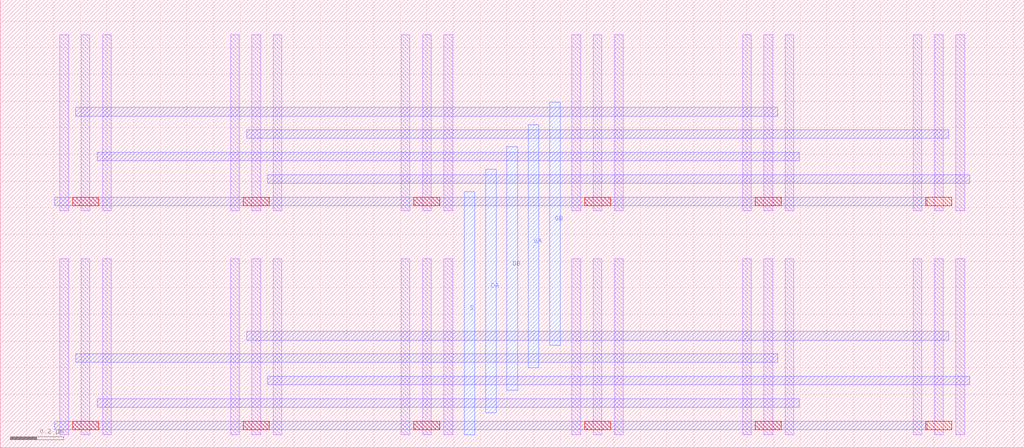
<source format=lef>
MACRO CMC_NMOS_n12_X3_Y1
  ORIGIN 0 0 ;
  FOREIGN CMC_NMOS_n12_X3_Y1 0 0 ;
  SIZE 3.8400 BY 0.8400 ;
  PIN SA
    DIRECTION INOUT ;
    USE SIGNAL ;
    PORT
      LAYER M2 ;
        RECT 0.2040 0.0680 2.8360 0.1000 ;
    END
  END SA
  PIN DA
    DIRECTION INOUT ;
    USE SIGNAL ;
    PORT
      LAYER M2 ;
        RECT 0.3640 0.1520 2.9960 0.1840 ;
    END
  END DA
  PIN SB
    DIRECTION INOUT ;
    USE SIGNAL ;
    PORT
      LAYER M2 ;
        RECT 0.8440 0.2360 3.4760 0.2680 ;
    END
  END SB
  PIN DB
    DIRECTION INOUT ;
    USE SIGNAL ;
    PORT
      LAYER M2 ;
        RECT 1.0040 0.3200 3.6360 0.3520 ;
    END
  END DB
  PIN G
    DIRECTION INOUT ;
    USE SIGNAL ;
    PORT
      LAYER M2 ;
        RECT 0.2840 0.4040 3.5560 0.4360 ;
    END
  END G
  OBS
    LAYER M1 ;
      RECT 0.3040 0.0480 0.3360 0.7080 ;
    LAYER M1 ;
      RECT 0.2240 0.0480 0.2560 0.7080 ;
    LAYER M1 ;
      RECT 0.3840 0.0480 0.4160 0.7080 ;
    LAYER M1 ;
      RECT 0.9440 0.0480 0.9760 0.7080 ;
    LAYER M1 ;
      RECT 0.8640 0.0480 0.8960 0.7080 ;
    LAYER M1 ;
      RECT 1.0240 0.0480 1.0560 0.7080 ;
    LAYER M1 ;
      RECT 1.5840 0.0480 1.6160 0.7080 ;
    LAYER M1 ;
      RECT 1.5040 0.0480 1.5360 0.7080 ;
    LAYER M1 ;
      RECT 1.6640 0.0480 1.6960 0.7080 ;
    LAYER M1 ;
      RECT 2.2240 0.0480 2.2560 0.7080 ;
    LAYER M1 ;
      RECT 2.1440 0.0480 2.1760 0.7080 ;
    LAYER M1 ;
      RECT 2.3040 0.0480 2.3360 0.7080 ;
    LAYER M1 ;
      RECT 2.8640 0.0480 2.8960 0.7080 ;
    LAYER M1 ;
      RECT 2.7840 0.0480 2.8160 0.7080 ;
    LAYER M1 ;
      RECT 2.9440 0.0480 2.9760 0.7080 ;
    LAYER M1 ;
      RECT 3.5040 0.0480 3.5360 0.7080 ;
    LAYER M1 ;
      RECT 3.4240 0.0480 3.4560 0.7080 ;
    LAYER M1 ;
      RECT 3.5840 0.0480 3.6160 0.7080 ;
    LAYER pc ;
      RECT 0.2710 0.0680 0.3690 0.1000 ;
    LAYER pc ;
      RECT 0.9110 0.0680 1.0090 0.1000 ;
    LAYER pc ;
      RECT 1.5510 0.0680 1.6490 0.1000 ;
    LAYER pc ;
      RECT 2.1910 0.0680 2.2890 0.1000 ;
    LAYER pc ;
      RECT 2.8310 0.0680 2.9290 0.1000 ;
    LAYER pc ;
      RECT 3.4710 0.0680 3.5690 0.1000 ;
  END
END CMC_NMOS_n12_X3_Y1
MACRO CMC_PMOS_S_n12_X1_Y1
  ORIGIN 0 0 ;
  FOREIGN CMC_PMOS_S_n12_X1_Y1 0 0 ;
  SIZE 1.2800 BY 0.8400 ;
  PIN S
    DIRECTION INOUT ;
    USE SIGNAL ;
    PORT
      LAYER M3 ;
        RECT 0.3800 0.0480 0.4200 0.4560 ;
      LAYER M3 ;
        RECT 0.7000 0.0480 0.7400 0.4560 ;
    END
  END S
  PIN DA
    DIRECTION INOUT ;
    USE SIGNAL ;
    PORT
      LAYER M3 ;
        RECT 0.4600 0.1320 0.5000 0.5400 ;
      LAYER M3 ;
        RECT 0.7800 0.1320 0.8200 0.5400 ;
    END
  END DA
  PIN DB
    DIRECTION INOUT ;
    USE SIGNAL ;
    PORT
      LAYER M3 ;
        RECT 0.5400 0.2160 0.5800 0.6240 ;
      LAYER M3 ;
        RECT 0.8600 0.2160 0.9000 0.6240 ;
    END
  END DB
  PIN G
    DIRECTION INOUT ;
    USE SIGNAL ;
    PORT
      LAYER M3 ;
        RECT 0.6200 0.3000 0.6600 0.7080 ;
      LAYER M3 ;
        RECT 0.9400 0.3000 0.9800 0.7080 ;
    END
  END G
  OBS
    LAYER M1 ;
      RECT 0.3040 0.0480 0.3360 0.7080 ;
    LAYER M1 ;
      RECT 0.2240 0.0480 0.2560 0.7080 ;
    LAYER M1 ;
      RECT 0.3840 0.0480 0.4160 0.7080 ;
    LAYER M1 ;
      RECT 0.9440 0.0480 0.9760 0.7080 ;
    LAYER M1 ;
      RECT 0.8640 0.0480 0.8960 0.7080 ;
    LAYER M1 ;
      RECT 1.0240 0.0480 1.0560 0.7080 ;
    LAYER M2 ;
      RECT 0.2040 0.0680 0.9160 0.1000 ;
    LAYER M2 ;
      RECT 0.2040 0.4040 0.9160 0.4360 ;
    LAYER M2 ;
      RECT 0.3640 0.1520 0.8360 0.1840 ;
    LAYER M2 ;
      RECT 0.3640 0.4880 0.8360 0.5200 ;
    LAYER M2 ;
      RECT 0.5240 0.2360 1.0760 0.2680 ;
    LAYER M2 ;
      RECT 0.5240 0.5720 1.0760 0.6040 ;
    LAYER M2 ;
      RECT 0.2840 0.3200 0.9960 0.3520 ;
    LAYER M2 ;
      RECT 0.2840 0.6560 0.9960 0.6880 ;
    LAYER pc ;
      RECT 0.2710 0.0680 0.3690 0.1000 ;
    LAYER pc ;
      RECT 0.9110 0.0680 1.0090 0.1000 ;
  END
END CMC_PMOS_S_n12_X1_Y1
MACRO CMC_PMOS_n12_X2_Y1
  ORIGIN 0 0 ;
  FOREIGN CMC_PMOS_n12_X2_Y1 0 0 ;
  SIZE 2.5600 BY 0.8400 ;
  PIN SA
    DIRECTION INOUT ;
    USE SIGNAL ;
    PORT
      LAYER M2 ;
        RECT 0.2040 0.0680 2.3560 0.1000 ;
    END
  END SA
  PIN DA
    DIRECTION INOUT ;
    USE SIGNAL ;
    PORT
      LAYER M2 ;
        RECT 0.3640 0.1520 2.1960 0.1840 ;
    END
  END DA
  PIN SB
    DIRECTION INOUT ;
    USE SIGNAL ;
    PORT
      LAYER M2 ;
        RECT 0.8440 0.2360 1.7160 0.2680 ;
    END
  END SB
  PIN DB
    DIRECTION INOUT ;
    USE SIGNAL ;
    PORT
      LAYER M2 ;
        RECT 1.0040 0.3200 1.5560 0.3520 ;
    END
  END DB
  PIN G
    DIRECTION INOUT ;
    USE SIGNAL ;
    PORT
      LAYER M2 ;
        RECT 0.2840 0.4040 2.2760 0.4360 ;
    END
  END G
  OBS
    LAYER M1 ;
      RECT 0.3040 0.0480 0.3360 0.7080 ;
    LAYER M1 ;
      RECT 0.2240 0.0480 0.2560 0.7080 ;
    LAYER M1 ;
      RECT 0.3840 0.0480 0.4160 0.7080 ;
    LAYER M1 ;
      RECT 0.9440 0.0480 0.9760 0.7080 ;
    LAYER M1 ;
      RECT 0.8640 0.0480 0.8960 0.7080 ;
    LAYER M1 ;
      RECT 1.0240 0.0480 1.0560 0.7080 ;
    LAYER M1 ;
      RECT 1.5840 0.0480 1.6160 0.7080 ;
    LAYER M1 ;
      RECT 1.6640 0.0480 1.6960 0.7080 ;
    LAYER M1 ;
      RECT 1.5040 0.0480 1.5360 0.7080 ;
    LAYER M1 ;
      RECT 2.2240 0.0480 2.2560 0.7080 ;
    LAYER M1 ;
      RECT 2.3040 0.0480 2.3360 0.7080 ;
    LAYER M1 ;
      RECT 2.1440 0.0480 2.1760 0.7080 ;
    LAYER pc ;
      RECT 0.2710 0.0680 0.3690 0.1000 ;
    LAYER pc ;
      RECT 0.9110 0.0680 1.0090 0.1000 ;
    LAYER pc ;
      RECT 1.5510 0.0680 1.6490 0.1000 ;
    LAYER pc ;
      RECT 2.1910 0.0680 2.2890 0.1000 ;
  END
END CMC_PMOS_n12_X2_Y1
MACRO CMFB_NMOS_n12_X3_Y1
  ORIGIN 0 0 ;
  FOREIGN CMFB_NMOS_n12_X3_Y1 0 0 ;
  SIZE 5.1200 BY 0.8400 ;
  PIN S
    DIRECTION INOUT ;
    USE SIGNAL ;
    PORT
      LAYER M3 ;
        RECT 2.3000 0.0480 2.3400 0.4560 ;
      LAYER M3 ;
        RECT 2.6200 0.0480 2.6600 0.4560 ;
    END
  END S
  PIN DA
    DIRECTION INOUT ;
    USE SIGNAL ;
    PORT
      LAYER M3 ;
        RECT 2.3800 0.1320 2.4200 0.5400 ;
      LAYER M3 ;
        RECT 2.7000 0.1320 2.7400 0.5400 ;
    END
  END DA
  PIN DB
    DIRECTION INOUT ;
    USE SIGNAL ;
    PORT
      LAYER M3 ;
        RECT 2.4600 0.2160 2.5000 0.6240 ;
      LAYER M3 ;
        RECT 2.7800 0.2160 2.8200 0.6240 ;
    END
  END DB
  PIN GB
    DIRECTION INOUT ;
    USE SIGNAL ;
    PORT
      LAYER M3 ;
        RECT 2.5400 0.3000 2.5800 0.7080 ;
      LAYER M3 ;
        RECT 2.8600 0.3000 2.9000 0.7080 ;
    END
  END GB
  OBS
    LAYER M1 ;
      RECT 0.3040 0.0480 0.3360 0.7080 ;
    LAYER M1 ;
      RECT 0.2240 0.0480 0.2560 0.7080 ;
    LAYER M1 ;
      RECT 0.3840 0.0480 0.4160 0.7080 ;
    LAYER M1 ;
      RECT 0.9440 0.0480 0.9760 0.7080 ;
    LAYER M1 ;
      RECT 0.8640 0.0480 0.8960 0.7080 ;
    LAYER M1 ;
      RECT 1.0240 0.0480 1.0560 0.7080 ;
    LAYER M1 ;
      RECT 1.5840 0.0480 1.6160 0.7080 ;
    LAYER M1 ;
      RECT 1.5040 0.0480 1.5360 0.7080 ;
    LAYER M1 ;
      RECT 1.6640 0.0480 1.6960 0.7080 ;
    LAYER M1 ;
      RECT 2.2240 0.0480 2.2560 0.7080 ;
    LAYER M1 ;
      RECT 2.1440 0.0480 2.1760 0.7080 ;
    LAYER M1 ;
      RECT 2.3040 0.0480 2.3360 0.7080 ;
    LAYER M1 ;
      RECT 2.8640 0.0480 2.8960 0.7080 ;
    LAYER M1 ;
      RECT 2.7840 0.0480 2.8160 0.7080 ;
    LAYER M1 ;
      RECT 2.9440 0.0480 2.9760 0.7080 ;
    LAYER M1 ;
      RECT 3.5040 0.0480 3.5360 0.7080 ;
    LAYER M1 ;
      RECT 3.4240 0.0480 3.4560 0.7080 ;
    LAYER M1 ;
      RECT 3.5840 0.0480 3.6160 0.7080 ;
    LAYER M1 ;
      RECT 4.1440 0.0480 4.1760 0.7080 ;
    LAYER M1 ;
      RECT 4.0640 0.0480 4.0960 0.7080 ;
    LAYER M1 ;
      RECT 4.2240 0.0480 4.2560 0.7080 ;
    LAYER M1 ;
      RECT 4.7840 0.0480 4.8160 0.7080 ;
    LAYER M1 ;
      RECT 4.7040 0.0480 4.7360 0.7080 ;
    LAYER M1 ;
      RECT 4.8640 0.0480 4.8960 0.7080 ;
    LAYER M2 ;
      RECT 0.2040 0.0680 4.7560 0.1000 ;
    LAYER M2 ;
      RECT 0.2040 0.4040 4.7560 0.4360 ;
    LAYER M2 ;
      RECT 2.2040 0.1520 2.9960 0.1840 ;
    LAYER M2 ;
      RECT 2.2040 0.4880 2.9960 0.5200 ;
    LAYER M2 ;
      RECT 0.3640 0.2360 4.9160 0.2680 ;
    LAYER M2 ;
      RECT 0.3640 0.5720 4.9160 0.6040 ;
    LAYER M2 ;
      RECT 0.2840 0.3200 4.8360 0.3520 ;
    LAYER M2 ;
      RECT 0.2840 0.6560 4.8360 0.6880 ;
    LAYER pc ;
      RECT 0.2710 0.0680 0.3690 0.1000 ;
    LAYER pc ;
      RECT 0.9110 0.0680 1.0090 0.1000 ;
    LAYER pc ;
      RECT 1.5510 0.0680 1.6490 0.1000 ;
    LAYER pc ;
      RECT 2.1910 0.0680 2.2890 0.1000 ;
    LAYER pc ;
      RECT 2.8310 0.0680 2.9290 0.1000 ;
    LAYER pc ;
      RECT 3.4710 0.0680 3.5690 0.1000 ;
    LAYER pc ;
      RECT 4.1110 0.0680 4.2090 0.1000 ;
    LAYER pc ;
      RECT 4.7510 0.0680 4.8490 0.1000 ;
  END
END CMFB_NMOS_n12_X3_Y1
MACRO DCL_NMOS_n12_X2_Y1
  ORIGIN 0 0 ;
  FOREIGN DCL_NMOS_n12_X2_Y1 0 0 ;
  SIZE 1.2800 BY 0.8400 ;
  PIN S
    DIRECTION INOUT ;
    USE SIGNAL ;
    PORT
      LAYER M3 ;
        RECT 0.5400 0.0480 0.5800 0.2880 ;
      LAYER M3 ;
        RECT 0.7000 0.0480 0.7400 0.2880 ;
    END
  END S
  PIN D
    DIRECTION INOUT ;
    USE SIGNAL ;
    PORT
      LAYER M3 ;
        RECT 0.6200 0.1320 0.6600 0.3720 ;
      LAYER M3 ;
        RECT 0.7800 0.1320 0.8200 0.3720 ;
    END
  END D
  OBS
    LAYER M1 ;
      RECT 0.3040 0.0480 0.3360 0.7080 ;
    LAYER M1 ;
      RECT 0.2240 0.0480 0.2560 0.7080 ;
    LAYER M1 ;
      RECT 0.3840 0.0480 0.4160 0.7080 ;
    LAYER M1 ;
      RECT 0.9440 0.0480 0.9760 0.7080 ;
    LAYER M1 ;
      RECT 0.8640 0.0480 0.8960 0.7080 ;
    LAYER M1 ;
      RECT 1.0240 0.0480 1.0560 0.7080 ;
    LAYER M2 ;
      RECT 0.2040 0.0680 0.9160 0.1000 ;
    LAYER M2 ;
      RECT 0.2040 0.2360 0.9160 0.2680 ;
    LAYER M2 ;
      RECT 0.2840 0.1520 1.0760 0.1840 ;
    LAYER M2 ;
      RECT 0.2840 0.3200 1.0760 0.3520 ;
    LAYER pc ;
      RECT 0.2710 0.0680 0.3690 0.1000 ;
    LAYER pc ;
      RECT 0.9110 0.0680 1.0090 0.1000 ;
  END
END DCL_NMOS_n12_X2_Y1
MACRO DP_NMOS_n12_X1_Y1
  ORIGIN 0 0 ;
  FOREIGN DP_NMOS_n12_X1_Y1 0 0 ;
  SIZE 1.2800 BY 0.8400 ;
  PIN S
    DIRECTION INOUT ;
    USE SIGNAL ;
    PORT
      LAYER M2 ;
        RECT 0.2040 0.0680 0.9160 0.1000 ;
    END
  END S
  PIN DA
    DIRECTION INOUT ;
    USE SIGNAL ;
    PORT
      LAYER M2 ;
        RECT 0.3640 0.1520 0.5960 0.1840 ;
    END
  END DA
  PIN DB
    DIRECTION INOUT ;
    USE SIGNAL ;
    PORT
      LAYER M2 ;
        RECT 0.8440 0.2360 1.0760 0.2680 ;
    END
  END DB
  PIN GA
    DIRECTION INOUT ;
    USE SIGNAL ;
    PORT
      LAYER M2 ;
        RECT 0.2840 0.3200 0.5160 0.3520 ;
    END
  END GA
  PIN GB
    DIRECTION INOUT ;
    USE SIGNAL ;
    PORT
      LAYER M2 ;
        RECT 0.7640 0.4040 0.9960 0.4360 ;
    END
  END GB
  OBS
    LAYER M1 ;
      RECT 0.3040 0.0480 0.3360 0.7080 ;
    LAYER M1 ;
      RECT 0.2240 0.0480 0.2560 0.7080 ;
    LAYER M1 ;
      RECT 0.3840 0.0480 0.4160 0.7080 ;
    LAYER M1 ;
      RECT 0.9440 0.0480 0.9760 0.7080 ;
    LAYER M1 ;
      RECT 0.8640 0.0480 0.8960 0.7080 ;
    LAYER M1 ;
      RECT 1.0240 0.0480 1.0560 0.7080 ;
    LAYER pc ;
      RECT 0.2710 0.0680 0.3690 0.1000 ;
    LAYER pc ;
      RECT 0.9110 0.0680 1.0090 0.1000 ;
  END
END DP_NMOS_n12_X1_Y1
MACRO DP_NMOS_n12_X3_Y2
  ORIGIN 0 0 ;
  FOREIGN DP_NMOS_n12_X3_Y2 0 0 ;
  SIZE 3.8400 BY 1.6800 ;
  PIN S
    DIRECTION INOUT ;
    USE SIGNAL ;
    PORT
      LAYER M3 ;
        RECT 1.7400 0.0480 1.7800 0.9600 ;
    END
  END S
  PIN DA
    DIRECTION INOUT ;
    USE SIGNAL ;
    PORT
      LAYER M3 ;
        RECT 1.8200 0.1320 1.8600 1.0440 ;
    END
  END DA
  PIN DB
    DIRECTION INOUT ;
    USE SIGNAL ;
    PORT
      LAYER M3 ;
        RECT 1.9000 0.2160 1.9400 1.1280 ;
    END
  END DB
  PIN GA
    DIRECTION INOUT ;
    USE SIGNAL ;
    PORT
      LAYER M3 ;
        RECT 1.9800 0.3000 2.0200 1.2120 ;
    END
  END GA
  PIN GB
    DIRECTION INOUT ;
    USE SIGNAL ;
    PORT
      LAYER M3 ;
        RECT 2.0600 0.3840 2.1000 1.2960 ;
    END
  END GB
  OBS
    LAYER M1 ;
      RECT 0.3040 0.0480 0.3360 0.7080 ;
    LAYER M1 ;
      RECT 0.3040 0.8880 0.3360 1.5480 ;
    LAYER M1 ;
      RECT 0.2240 0.0480 0.2560 0.7080 ;
    LAYER M1 ;
      RECT 0.2240 0.8880 0.2560 1.5480 ;
    LAYER M1 ;
      RECT 0.3840 0.0480 0.4160 0.7080 ;
    LAYER M1 ;
      RECT 0.3840 0.8880 0.4160 1.5480 ;
    LAYER M1 ;
      RECT 0.9440 0.0480 0.9760 0.7080 ;
    LAYER M1 ;
      RECT 0.9440 0.8880 0.9760 1.5480 ;
    LAYER M1 ;
      RECT 0.8640 0.0480 0.8960 0.7080 ;
    LAYER M1 ;
      RECT 0.8640 0.8880 0.8960 1.5480 ;
    LAYER M1 ;
      RECT 1.0240 0.0480 1.0560 0.7080 ;
    LAYER M1 ;
      RECT 1.0240 0.8880 1.0560 1.5480 ;
    LAYER M1 ;
      RECT 1.5840 0.0480 1.6160 0.7080 ;
    LAYER M1 ;
      RECT 1.5840 0.8880 1.6160 1.5480 ;
    LAYER M1 ;
      RECT 1.5040 0.0480 1.5360 0.7080 ;
    LAYER M1 ;
      RECT 1.5040 0.8880 1.5360 1.5480 ;
    LAYER M1 ;
      RECT 1.6640 0.0480 1.6960 0.7080 ;
    LAYER M1 ;
      RECT 1.6640 0.8880 1.6960 1.5480 ;
    LAYER M1 ;
      RECT 2.2240 0.0480 2.2560 0.7080 ;
    LAYER M1 ;
      RECT 2.2240 0.8880 2.2560 1.5480 ;
    LAYER M1 ;
      RECT 2.1440 0.0480 2.1760 0.7080 ;
    LAYER M1 ;
      RECT 2.1440 0.8880 2.1760 1.5480 ;
    LAYER M1 ;
      RECT 2.3040 0.0480 2.3360 0.7080 ;
    LAYER M1 ;
      RECT 2.3040 0.8880 2.3360 1.5480 ;
    LAYER M1 ;
      RECT 2.8640 0.0480 2.8960 0.7080 ;
    LAYER M1 ;
      RECT 2.8640 0.8880 2.8960 1.5480 ;
    LAYER M1 ;
      RECT 2.7840 0.0480 2.8160 0.7080 ;
    LAYER M1 ;
      RECT 2.7840 0.8880 2.8160 1.5480 ;
    LAYER M1 ;
      RECT 2.9440 0.0480 2.9760 0.7080 ;
    LAYER M1 ;
      RECT 2.9440 0.8880 2.9760 1.5480 ;
    LAYER M1 ;
      RECT 3.5040 0.0480 3.5360 0.7080 ;
    LAYER M1 ;
      RECT 3.5040 0.8880 3.5360 1.5480 ;
    LAYER M1 ;
      RECT 3.4240 0.0480 3.4560 0.7080 ;
    LAYER M1 ;
      RECT 3.4240 0.8880 3.4560 1.5480 ;
    LAYER M1 ;
      RECT 3.5840 0.0480 3.6160 0.7080 ;
    LAYER M1 ;
      RECT 3.5840 0.8880 3.6160 1.5480 ;
    LAYER M2 ;
      RECT 0.2040 0.0680 3.4760 0.1000 ;
    LAYER M2 ;
      RECT 0.3640 0.1520 2.9960 0.1840 ;
    LAYER M2 ;
      RECT 1.0040 0.2360 3.6360 0.2680 ;
    LAYER M2 ;
      RECT 0.2840 0.3200 2.9160 0.3520 ;
    LAYER M2 ;
      RECT 0.9240 0.4040 3.5560 0.4360 ;
    LAYER M2 ;
      RECT 0.2040 0.9080 3.4760 0.9400 ;
    LAYER M2 ;
      RECT 1.0040 0.9920 3.6360 1.0240 ;
    LAYER M2 ;
      RECT 0.3640 1.0760 2.9960 1.1080 ;
    LAYER M2 ;
      RECT 0.9240 1.1600 3.5560 1.1920 ;
    LAYER M2 ;
      RECT 0.2840 1.2440 2.9160 1.2760 ;
    LAYER pc ;
      RECT 0.2710 0.0680 0.3690 0.1000 ;
    LAYER pc ;
      RECT 0.9110 0.0680 1.0090 0.1000 ;
    LAYER pc ;
      RECT 1.5510 0.0680 1.6490 0.1000 ;
    LAYER pc ;
      RECT 2.1910 0.0680 2.2890 0.1000 ;
    LAYER pc ;
      RECT 2.8310 0.0680 2.9290 0.1000 ;
    LAYER pc ;
      RECT 3.4710 0.0680 3.5690 0.1000 ;
    LAYER pc ;
      RECT 0.2710 0.9080 0.3690 0.9400 ;
    LAYER pc ;
      RECT 0.9110 0.9080 1.0090 0.9400 ;
    LAYER pc ;
      RECT 1.5510 0.9080 1.6490 0.9400 ;
    LAYER pc ;
      RECT 2.1910 0.9080 2.2890 0.9400 ;
    LAYER pc ;
      RECT 2.8310 0.9080 2.9290 0.9400 ;
    LAYER pc ;
      RECT 3.4710 0.9080 3.5690 0.9400 ;
  END
END DP_NMOS_n12_X3_Y2
MACRO Switch_NMOS_n12_X1_Y1
  ORIGIN 0 0 ;
  FOREIGN Switch_NMOS_n12_X1_Y1 0 0 ;
  SIZE 0.6400 BY 0.8400 ;
  PIN S
    DIRECTION INOUT ;
    USE SIGNAL ;
    PORT
      LAYER M3 ;
        RECT 0.1400 0.0480 0.1800 0.3720 ;
      LAYER M3 ;
        RECT 0.3800 0.0480 0.4200 0.3720 ;
    END
  END S
  PIN D
    DIRECTION INOUT ;
    USE SIGNAL ;
    PORT
      LAYER M3 ;
        RECT 0.2200 0.1320 0.2600 0.4560 ;
      LAYER M3 ;
        RECT 0.4600 0.1320 0.5000 0.4560 ;
    END
  END D
  PIN G
    DIRECTION INOUT ;
    USE SIGNAL ;
    PORT
      LAYER M3 ;
        RECT 0.3000 0.2160 0.3400 0.5400 ;
      LAYER M3 ;
        RECT 0.5400 0.2160 0.5800 0.5400 ;
    END
  END G
  OBS
    LAYER M1 ;
      RECT 0.3040 0.0480 0.3360 0.7080 ;
    LAYER M1 ;
      RECT 0.2240 0.0480 0.2560 0.7080 ;
    LAYER M1 ;
      RECT 0.3840 0.0480 0.4160 0.7080 ;
    LAYER M2 ;
      RECT 0.1240 0.0680 0.4360 0.1000 ;
    LAYER M2 ;
      RECT 0.1240 0.3200 0.4360 0.3520 ;
    LAYER M2 ;
      RECT 0.2040 0.1520 0.5160 0.1840 ;
    LAYER M2 ;
      RECT 0.2040 0.4040 0.5160 0.4360 ;
    LAYER M2 ;
      RECT 0.2040 0.2360 0.5960 0.2680 ;
    LAYER M2 ;
      RECT 0.2040 0.4880 0.5960 0.5200 ;
    LAYER pc ;
      RECT 0.2710 0.0680 0.3690 0.1000 ;
  END
END Switch_NMOS_n12_X1_Y1
MACRO Switch_NMOS_n12_X3_Y1
  ORIGIN 0 0 ;
  FOREIGN Switch_NMOS_n12_X3_Y1 0 0 ;
  SIZE 1.9200 BY 0.8400 ;
  PIN S
    DIRECTION INOUT ;
    USE SIGNAL ;
    PORT
      LAYER M3 ;
        RECT 0.7800 0.0480 0.8200 0.3720 ;
      LAYER M3 ;
        RECT 1.0200 0.0480 1.0600 0.3720 ;
    END
  END S
  PIN D
    DIRECTION INOUT ;
    USE SIGNAL ;
    PORT
      LAYER M3 ;
        RECT 0.8600 0.1320 0.9000 0.4560 ;
      LAYER M3 ;
        RECT 1.1000 0.1320 1.1400 0.4560 ;
    END
  END D
  PIN G
    DIRECTION INOUT ;
    USE SIGNAL ;
    PORT
      LAYER M3 ;
        RECT 0.9400 0.2160 0.9800 0.5400 ;
      LAYER M3 ;
        RECT 1.1800 0.2160 1.2200 0.5400 ;
    END
  END G
  OBS
    LAYER M1 ;
      RECT 0.3040 0.0480 0.3360 0.7080 ;
    LAYER M1 ;
      RECT 0.2240 0.0480 0.2560 0.7080 ;
    LAYER M1 ;
      RECT 0.3840 0.0480 0.4160 0.7080 ;
    LAYER M1 ;
      RECT 0.9440 0.0480 0.9760 0.7080 ;
    LAYER M1 ;
      RECT 0.8640 0.0480 0.8960 0.7080 ;
    LAYER M1 ;
      RECT 1.0240 0.0480 1.0560 0.7080 ;
    LAYER M1 ;
      RECT 1.5840 0.0480 1.6160 0.7080 ;
    LAYER M1 ;
      RECT 1.5040 0.0480 1.5360 0.7080 ;
    LAYER M1 ;
      RECT 1.6640 0.0480 1.6960 0.7080 ;
    LAYER M2 ;
      RECT 0.2040 0.0680 1.5560 0.1000 ;
    LAYER M2 ;
      RECT 0.2040 0.3200 1.5560 0.3520 ;
    LAYER M2 ;
      RECT 0.3640 0.1520 1.7160 0.1840 ;
    LAYER M2 ;
      RECT 0.3640 0.4040 1.7160 0.4360 ;
    LAYER M2 ;
      RECT 0.2840 0.2360 1.6360 0.2680 ;
    LAYER M2 ;
      RECT 0.2840 0.4880 1.6360 0.5200 ;
    LAYER pc ;
      RECT 0.2710 0.0680 0.3690 0.1000 ;
    LAYER pc ;
      RECT 0.9110 0.0680 1.0090 0.1000 ;
    LAYER pc ;
      RECT 1.5510 0.0680 1.6490 0.1000 ;
  END
END Switch_NMOS_n12_X3_Y1
MACRO Switch_NMOS_n12_X3_Y2
  ORIGIN 0 0 ;
  FOREIGN Switch_NMOS_n12_X3_Y2 0 0 ;
  SIZE 1.9200 BY 1.6800 ;
  PIN S
    DIRECTION INOUT ;
    USE SIGNAL ;
    PORT
      LAYER M3 ;
        RECT 0.7800 0.0480 0.8200 1.2120 ;
      LAYER M3 ;
        RECT 1.0200 0.0480 1.0600 1.2120 ;
    END
  END S
  PIN D
    DIRECTION INOUT ;
    USE SIGNAL ;
    PORT
      LAYER M3 ;
        RECT 0.8600 0.1320 0.9000 1.2960 ;
      LAYER M3 ;
        RECT 1.1000 0.1320 1.1400 1.2960 ;
    END
  END D
  PIN G
    DIRECTION INOUT ;
    USE SIGNAL ;
    PORT
      LAYER M3 ;
        RECT 0.9400 0.2160 0.9800 1.3800 ;
      LAYER M3 ;
        RECT 1.1800 0.2160 1.2200 1.3800 ;
    END
  END G
  OBS
    LAYER M1 ;
      RECT 0.3040 0.0480 0.3360 0.7080 ;
    LAYER M1 ;
      RECT 0.3040 0.8880 0.3360 1.5480 ;
    LAYER M1 ;
      RECT 0.2240 0.0480 0.2560 0.7080 ;
    LAYER M1 ;
      RECT 0.2240 0.8880 0.2560 1.5480 ;
    LAYER M1 ;
      RECT 0.3840 0.0480 0.4160 0.7080 ;
    LAYER M1 ;
      RECT 0.3840 0.8880 0.4160 1.5480 ;
    LAYER M1 ;
      RECT 0.9440 0.0480 0.9760 0.7080 ;
    LAYER M1 ;
      RECT 0.9440 0.8880 0.9760 1.5480 ;
    LAYER M1 ;
      RECT 0.8640 0.0480 0.8960 0.7080 ;
    LAYER M1 ;
      RECT 0.8640 0.8880 0.8960 1.5480 ;
    LAYER M1 ;
      RECT 1.0240 0.0480 1.0560 0.7080 ;
    LAYER M1 ;
      RECT 1.0240 0.8880 1.0560 1.5480 ;
    LAYER M1 ;
      RECT 1.5840 0.0480 1.6160 0.7080 ;
    LAYER M1 ;
      RECT 1.5840 0.8880 1.6160 1.5480 ;
    LAYER M1 ;
      RECT 1.5040 0.0480 1.5360 0.7080 ;
    LAYER M1 ;
      RECT 1.5040 0.8880 1.5360 1.5480 ;
    LAYER M1 ;
      RECT 1.6640 0.0480 1.6960 0.7080 ;
    LAYER M1 ;
      RECT 1.6640 0.8880 1.6960 1.5480 ;
    LAYER M2 ;
      RECT 0.2040 0.0680 1.5560 0.1000 ;
    LAYER M2 ;
      RECT 0.2040 0.3200 1.5560 0.3520 ;
    LAYER M2 ;
      RECT 0.3640 0.1520 1.7160 0.1840 ;
    LAYER M2 ;
      RECT 0.3640 0.4040 1.7160 0.4360 ;
    LAYER M2 ;
      RECT 0.2840 0.2360 1.6360 0.2680 ;
    LAYER M2 ;
      RECT 0.2840 0.4880 1.6360 0.5200 ;
    LAYER M2 ;
      RECT 0.2040 0.9080 1.5560 0.9400 ;
    LAYER M2 ;
      RECT 0.2040 1.1600 1.5560 1.1920 ;
    LAYER M2 ;
      RECT 0.3640 0.9920 1.7160 1.0240 ;
    LAYER M2 ;
      RECT 0.3640 1.2440 1.7160 1.2760 ;
    LAYER M2 ;
      RECT 0.2840 1.0760 1.6360 1.1080 ;
    LAYER M2 ;
      RECT 0.2840 1.3280 1.6360 1.3600 ;
    LAYER pc ;
      RECT 0.2710 0.0680 0.3690 0.1000 ;
    LAYER pc ;
      RECT 0.9110 0.0680 1.0090 0.1000 ;
    LAYER pc ;
      RECT 1.5510 0.0680 1.6490 0.1000 ;
    LAYER pc ;
      RECT 0.2710 0.9080 0.3690 0.9400 ;
    LAYER pc ;
      RECT 0.9110 0.9080 1.0090 0.9400 ;
    LAYER pc ;
      RECT 1.5510 0.9080 1.6490 0.9400 ;
  END
END Switch_NMOS_n12_X3_Y2
MACRO Switch_PMOS_n12_X1_Y1
  ORIGIN 0 0 ;
  FOREIGN Switch_PMOS_n12_X1_Y1 0 0 ;
  SIZE 0.6400 BY 0.8400 ;
  PIN S
    DIRECTION INOUT ;
    USE SIGNAL ;
    PORT
      LAYER M3 ;
        RECT 0.1400 0.0480 0.1800 0.3720 ;
      LAYER M3 ;
        RECT 0.3800 0.0480 0.4200 0.3720 ;
    END
  END S
  PIN D
    DIRECTION INOUT ;
    USE SIGNAL ;
    PORT
      LAYER M3 ;
        RECT 0.2200 0.1320 0.2600 0.4560 ;
      LAYER M3 ;
        RECT 0.4600 0.1320 0.5000 0.4560 ;
    END
  END D
  PIN G
    DIRECTION INOUT ;
    USE SIGNAL ;
    PORT
      LAYER M3 ;
        RECT 0.3000 0.2160 0.3400 0.5400 ;
      LAYER M3 ;
        RECT 0.5400 0.2160 0.5800 0.5400 ;
    END
  END G
  OBS
    LAYER M1 ;
      RECT 0.3040 0.0480 0.3360 0.7080 ;
    LAYER M1 ;
      RECT 0.2240 0.0480 0.2560 0.7080 ;
    LAYER M1 ;
      RECT 0.3840 0.0480 0.4160 0.7080 ;
    LAYER M2 ;
      RECT 0.1240 0.0680 0.4360 0.1000 ;
    LAYER M2 ;
      RECT 0.1240 0.3200 0.4360 0.3520 ;
    LAYER M2 ;
      RECT 0.2040 0.1520 0.5160 0.1840 ;
    LAYER M2 ;
      RECT 0.2040 0.4040 0.5160 0.4360 ;
    LAYER M2 ;
      RECT 0.2040 0.2360 0.5960 0.2680 ;
    LAYER M2 ;
      RECT 0.2040 0.4880 0.5960 0.5200 ;
    LAYER pc ;
      RECT 0.2710 0.0680 0.3690 0.1000 ;
  END
END Switch_PMOS_n12_X1_Y1
MACRO Switch_PMOS_n12_X2_Y1
  ORIGIN 0 0 ;
  FOREIGN Switch_PMOS_n12_X2_Y1 0 0 ;
  SIZE 1.2800 BY 0.8400 ;
  PIN S
    DIRECTION INOUT ;
    USE SIGNAL ;
    PORT
      LAYER M3 ;
        RECT 0.4600 0.0480 0.5000 0.3720 ;
      LAYER M3 ;
        RECT 0.7000 0.0480 0.7400 0.3720 ;
    END
  END S
  PIN D
    DIRECTION INOUT ;
    USE SIGNAL ;
    PORT
      LAYER M3 ;
        RECT 0.5400 0.1320 0.5800 0.4560 ;
      LAYER M3 ;
        RECT 0.7800 0.1320 0.8200 0.4560 ;
    END
  END D
  PIN G
    DIRECTION INOUT ;
    USE SIGNAL ;
    PORT
      LAYER M3 ;
        RECT 0.6200 0.2160 0.6600 0.5400 ;
      LAYER M3 ;
        RECT 0.8600 0.2160 0.9000 0.5400 ;
    END
  END G
  OBS
    LAYER M1 ;
      RECT 0.3040 0.0480 0.3360 0.7080 ;
    LAYER M1 ;
      RECT 0.2240 0.0480 0.2560 0.7080 ;
    LAYER M1 ;
      RECT 0.3840 0.0480 0.4160 0.7080 ;
    LAYER M1 ;
      RECT 0.9440 0.0480 0.9760 0.7080 ;
    LAYER M1 ;
      RECT 0.8640 0.0480 0.8960 0.7080 ;
    LAYER M1 ;
      RECT 1.0240 0.0480 1.0560 0.7080 ;
    LAYER M2 ;
      RECT 0.2040 0.0680 0.9160 0.1000 ;
    LAYER M2 ;
      RECT 0.2040 0.3200 0.9160 0.3520 ;
    LAYER M2 ;
      RECT 0.3640 0.1520 1.0760 0.1840 ;
    LAYER M2 ;
      RECT 0.3640 0.4040 1.0760 0.4360 ;
    LAYER M2 ;
      RECT 0.2840 0.2360 0.9960 0.2680 ;
    LAYER M2 ;
      RECT 0.2840 0.4880 0.9960 0.5200 ;
    LAYER pc ;
      RECT 0.2710 0.0680 0.3690 0.1000 ;
    LAYER pc ;
      RECT 0.9110 0.0680 1.0090 0.1000 ;
  END
END Switch_PMOS_n12_X2_Y1
MACRO cap_12f
  ORIGIN 0 0 ;
  FOREIGN cap_12f 0 0 ;
  SIZE 2.4000 BY 2.4360 ;
  PIN PLUS
    DIRECTION INOUT ;
    USE SIGNAL ;
    PORT
      LAYER M1 ;
        RECT 2.3840 -0.0360 2.4160 2.4720 ;
      LAYER M2 ;
        RECT -0.0360 -0.0160 2.4360 0.0160 ;
    END
  END PLUS
  PIN MINUS
    DIRECTION INOUT ;
    USE SIGNAL ;
    PORT
      LAYER M2 ;
        RECT -0.0360 2.4200 2.4360 2.4520 ;
    END
  END MINUS
  OBS
    LAYER boundary ;
      RECT 0.0000 0.0000 2.4000 2.4360 ;
    LAYER M1 ;
      RECT -0.0160 -0.0360 0.0160 2.4720 ;
    LAYER M1 ;
      RECT 0.0480 -0.0360 0.0800 2.4720 ;
    LAYER M1 ;
      RECT 0.1120 -0.0360 0.1440 2.4720 ;
    LAYER M1 ;
      RECT 0.1760 -0.0360 0.2080 2.4720 ;
    LAYER M1 ;
      RECT 0.2400 -0.0360 0.2720 2.4720 ;
    LAYER M1 ;
      RECT 0.3040 -0.0360 0.3360 2.4720 ;
    LAYER M1 ;
      RECT 0.3680 -0.0360 0.4000 2.4720 ;
    LAYER M1 ;
      RECT 0.4320 -0.0360 0.4640 2.4720 ;
    LAYER M1 ;
      RECT 0.4960 -0.0360 0.5280 2.4720 ;
    LAYER M1 ;
      RECT 0.5600 -0.0360 0.5920 2.4720 ;
    LAYER M1 ;
      RECT 0.6240 -0.0360 0.6560 2.4720 ;
    LAYER M1 ;
      RECT 0.6880 -0.0360 0.7200 2.4720 ;
    LAYER M1 ;
      RECT 0.7520 -0.0360 0.7840 2.4720 ;
    LAYER M1 ;
      RECT 0.8160 -0.0360 0.8480 2.4720 ;
    LAYER M1 ;
      RECT 0.8800 -0.0360 0.9120 2.4720 ;
    LAYER M1 ;
      RECT 0.9440 -0.0360 0.9760 2.4720 ;
    LAYER M1 ;
      RECT 1.0080 -0.0360 1.0400 2.4720 ;
    LAYER M1 ;
      RECT 1.0720 -0.0360 1.1040 2.4720 ;
    LAYER M1 ;
      RECT 1.1360 -0.0360 1.1680 2.4720 ;
    LAYER M1 ;
      RECT 1.2000 -0.0360 1.2320 2.4720 ;
    LAYER M1 ;
      RECT 1.2640 -0.0360 1.2960 2.4720 ;
    LAYER M1 ;
      RECT 1.3280 -0.0360 1.3600 2.4720 ;
    LAYER M1 ;
      RECT 1.3920 -0.0360 1.4240 2.4720 ;
    LAYER M1 ;
      RECT 1.4560 -0.0360 1.4880 2.4720 ;
    LAYER M1 ;
      RECT 1.5200 -0.0360 1.5520 2.4720 ;
    LAYER M1 ;
      RECT 1.5840 -0.0360 1.6160 2.4720 ;
    LAYER M1 ;
      RECT 1.6480 -0.0360 1.6800 2.4720 ;
    LAYER M1 ;
      RECT 1.7120 -0.0360 1.7440 2.4720 ;
    LAYER M1 ;
      RECT 1.7760 -0.0360 1.8080 2.4720 ;
    LAYER M1 ;
      RECT 1.8400 -0.0360 1.8720 2.4720 ;
    LAYER M1 ;
      RECT 1.9040 -0.0360 1.9360 2.4720 ;
    LAYER M1 ;
      RECT 1.9680 -0.0360 2.0000 2.4720 ;
    LAYER M1 ;
      RECT 2.0320 -0.0360 2.0640 2.4720 ;
    LAYER M1 ;
      RECT 2.0960 -0.0360 2.1280 2.4720 ;
    LAYER M1 ;
      RECT 2.1600 -0.0360 2.1920 2.4720 ;
    LAYER M1 ;
      RECT 2.2240 -0.0360 2.2560 2.4720 ;
    LAYER M1 ;
      RECT 2.2880 -0.0360 2.3200 2.4720 ;
    LAYER M2 ;
      RECT -0.0360 0.0480 2.4360 0.0800 ;
    LAYER M2 ;
      RECT -0.0360 0.1120 2.4360 0.1440 ;
    LAYER M2 ;
      RECT -0.0360 0.1760 2.4360 0.2080 ;
    LAYER M2 ;
      RECT -0.0360 0.2400 2.4360 0.2720 ;
    LAYER M2 ;
      RECT -0.0360 0.3040 2.4360 0.3360 ;
    LAYER M2 ;
      RECT -0.0360 0.3680 2.4360 0.4000 ;
    LAYER M2 ;
      RECT -0.0360 0.4320 2.4360 0.4640 ;
    LAYER M2 ;
      RECT -0.0360 0.4960 2.4360 0.5280 ;
    LAYER M2 ;
      RECT -0.0360 0.5600 2.4360 0.5920 ;
    LAYER M2 ;
      RECT -0.0360 0.6240 2.4360 0.6560 ;
    LAYER M2 ;
      RECT -0.0360 0.6880 2.4360 0.7200 ;
    LAYER M2 ;
      RECT -0.0360 0.7520 2.4360 0.7840 ;
    LAYER M2 ;
      RECT -0.0360 0.8160 2.4360 0.8480 ;
    LAYER M2 ;
      RECT -0.0360 0.8800 2.4360 0.9120 ;
    LAYER M2 ;
      RECT -0.0360 0.9440 2.4360 0.9760 ;
    LAYER M2 ;
      RECT -0.0360 1.0080 2.4360 1.0400 ;
    LAYER M2 ;
      RECT -0.0360 1.0720 2.4360 1.1040 ;
    LAYER M2 ;
      RECT -0.0360 1.1360 2.4360 1.1680 ;
    LAYER M2 ;
      RECT -0.0360 1.2000 2.4360 1.2320 ;
    LAYER M2 ;
      RECT -0.0360 1.2640 2.4360 1.2960 ;
    LAYER M2 ;
      RECT -0.0360 1.3280 2.4360 1.3600 ;
    LAYER M2 ;
      RECT -0.0360 1.3920 2.4360 1.4240 ;
    LAYER M2 ;
      RECT -0.0360 1.4560 2.4360 1.4880 ;
    LAYER M2 ;
      RECT -0.0360 1.5200 2.4360 1.5520 ;
    LAYER M2 ;
      RECT -0.0360 1.5840 2.4360 1.6160 ;
    LAYER M2 ;
      RECT -0.0360 1.6480 2.4360 1.6800 ;
    LAYER M2 ;
      RECT -0.0360 1.7120 2.4360 1.7440 ;
    LAYER M2 ;
      RECT -0.0360 1.7760 2.4360 1.8080 ;
    LAYER M2 ;
      RECT -0.0360 1.8400 2.4360 1.8720 ;
    LAYER M2 ;
      RECT -0.0360 1.9040 2.4360 1.9360 ;
    LAYER M2 ;
      RECT -0.0360 1.9680 2.4360 2.0000 ;
    LAYER M2 ;
      RECT -0.0360 2.0320 2.4360 2.0640 ;
    LAYER M2 ;
      RECT -0.0360 2.0960 2.4360 2.1280 ;
    LAYER M2 ;
      RECT -0.0360 2.1600 2.4360 2.1920 ;
    LAYER M2 ;
      RECT -0.0360 2.2240 2.4360 2.2560 ;
    LAYER M2 ;
      RECT -0.0360 2.2880 2.4360 2.3200 ;
    LAYER M3 ;
      RECT -0.0160 -0.0360 0.0160 2.4720 ;
    LAYER M3 ;
      RECT 0.0480 -0.0360 0.0800 2.4720 ;
    LAYER M3 ;
      RECT 0.1120 -0.0360 0.1440 2.4720 ;
    LAYER M3 ;
      RECT 0.1760 -0.0360 0.2080 2.4720 ;
    LAYER M3 ;
      RECT 0.2400 -0.0360 0.2720 2.4720 ;
    LAYER M3 ;
      RECT 0.3040 -0.0360 0.3360 2.4720 ;
    LAYER M3 ;
      RECT 0.3680 -0.0360 0.4000 2.4720 ;
    LAYER M3 ;
      RECT 0.4320 -0.0360 0.4640 2.4720 ;
    LAYER M3 ;
      RECT 0.4960 -0.0360 0.5280 2.4720 ;
    LAYER M3 ;
      RECT 0.5600 -0.0360 0.5920 2.4720 ;
    LAYER M3 ;
      RECT 0.6240 -0.0360 0.6560 2.4720 ;
    LAYER M3 ;
      RECT 0.6880 -0.0360 0.7200 2.4720 ;
    LAYER M3 ;
      RECT 0.7520 -0.0360 0.7840 2.4720 ;
    LAYER M3 ;
      RECT 0.8160 -0.0360 0.8480 2.4720 ;
    LAYER M3 ;
      RECT 0.8800 -0.0360 0.9120 2.4720 ;
    LAYER M3 ;
      RECT 0.9440 -0.0360 0.9760 2.4720 ;
    LAYER M3 ;
      RECT 1.0080 -0.0360 1.0400 2.4720 ;
    LAYER M3 ;
      RECT 1.0720 -0.0360 1.1040 2.4720 ;
    LAYER M3 ;
      RECT 1.1360 -0.0360 1.1680 2.4720 ;
    LAYER M3 ;
      RECT 1.2000 -0.0360 1.2320 2.4720 ;
    LAYER M3 ;
      RECT 1.2640 -0.0360 1.2960 2.4720 ;
    LAYER M3 ;
      RECT 1.3280 -0.0360 1.3600 2.4720 ;
    LAYER M3 ;
      RECT 1.3920 -0.0360 1.4240 2.4720 ;
    LAYER M3 ;
      RECT 1.4560 -0.0360 1.4880 2.4720 ;
    LAYER M3 ;
      RECT 1.5200 -0.0360 1.5520 2.4720 ;
    LAYER M3 ;
      RECT 1.5840 -0.0360 1.6160 2.4720 ;
    LAYER M3 ;
      RECT 1.6480 -0.0360 1.6800 2.4720 ;
    LAYER M3 ;
      RECT 1.7120 -0.0360 1.7440 2.4720 ;
    LAYER M3 ;
      RECT 1.7760 -0.0360 1.8080 2.4720 ;
    LAYER M3 ;
      RECT 1.8400 -0.0360 1.8720 2.4720 ;
    LAYER M3 ;
      RECT 1.9040 -0.0360 1.9360 2.4720 ;
    LAYER M3 ;
      RECT 1.9680 -0.0360 2.0000 2.4720 ;
    LAYER M3 ;
      RECT 2.0320 -0.0360 2.0640 2.4720 ;
    LAYER M3 ;
      RECT 2.0960 -0.0360 2.1280 2.4720 ;
    LAYER M3 ;
      RECT 2.1600 -0.0360 2.1920 2.4720 ;
    LAYER M3 ;
      RECT 2.2240 -0.0360 2.2560 2.4720 ;
    LAYER M3 ;
      RECT 2.2880 -0.0360 2.3200 2.4720 ;
    LAYER M3 ;
      RECT 2.3840 -0.0360 2.4160 2.4720 ;
    LAYER M1 ;
      RECT -0.0010 0.0000 0.0010 2.4360 ;
    LAYER M1 ;
      RECT 0.0790 0.0000 0.0810 2.4360 ;
    LAYER M1 ;
      RECT 0.1590 0.0000 0.1610 2.4360 ;
    LAYER M1 ;
      RECT 0.2390 0.0000 0.2410 2.4360 ;
    LAYER M1 ;
      RECT 0.3190 0.0000 0.3210 2.4360 ;
    LAYER M1 ;
      RECT 0.3990 0.0000 0.4010 2.4360 ;
    LAYER M1 ;
      RECT 0.4790 0.0000 0.4810 2.4360 ;
    LAYER M1 ;
      RECT 0.5590 0.0000 0.5610 2.4360 ;
    LAYER M1 ;
      RECT 0.6390 0.0000 0.6410 2.4360 ;
    LAYER M1 ;
      RECT 0.7190 0.0000 0.7210 2.4360 ;
    LAYER M1 ;
      RECT 0.7990 0.0000 0.8010 2.4360 ;
    LAYER M1 ;
      RECT 0.8790 0.0000 0.8810 2.4360 ;
    LAYER M1 ;
      RECT 0.9590 0.0000 0.9610 2.4360 ;
    LAYER M1 ;
      RECT 1.0390 0.0000 1.0410 2.4360 ;
    LAYER M1 ;
      RECT 1.1190 0.0000 1.1210 2.4360 ;
    LAYER M1 ;
      RECT 1.1990 0.0000 1.2010 2.4360 ;
    LAYER M1 ;
      RECT 1.2790 0.0000 1.2810 2.4360 ;
    LAYER M1 ;
      RECT 1.3590 0.0000 1.3610 2.4360 ;
    LAYER M1 ;
      RECT 1.4390 0.0000 1.4410 2.4360 ;
    LAYER M1 ;
      RECT 1.5190 0.0000 1.5210 2.4360 ;
    LAYER M1 ;
      RECT 1.5990 0.0000 1.6010 2.4360 ;
    LAYER M1 ;
      RECT 1.6790 0.0000 1.6810 2.4360 ;
    LAYER M1 ;
      RECT 1.7590 0.0000 1.7610 2.4360 ;
    LAYER M1 ;
      RECT 1.8390 0.0000 1.8410 2.4360 ;
    LAYER M1 ;
      RECT 1.9190 0.0000 1.9210 2.4360 ;
    LAYER M1 ;
      RECT 1.9990 0.0000 2.0010 2.4360 ;
    LAYER M1 ;
      RECT 2.0790 0.0000 2.0810 2.4360 ;
    LAYER M1 ;
      RECT 2.1590 0.0000 2.1610 2.4360 ;
    LAYER M1 ;
      RECT 2.2390 0.0000 2.2410 2.4360 ;
    LAYER M1 ;
      RECT 2.3190 0.0000 2.3210 2.4360 ;
    LAYER M2 ;
      RECT 0.0000 -0.0010 2.4000 0.0010 ;
    LAYER M2 ;
      RECT 0.0000 0.0830 2.4000 0.0850 ;
    LAYER M2 ;
      RECT 0.0000 0.1670 2.4000 0.1690 ;
    LAYER M2 ;
      RECT 0.0000 0.2510 2.4000 0.2530 ;
    LAYER M2 ;
      RECT 0.0000 0.3350 2.4000 0.3370 ;
    LAYER M2 ;
      RECT 0.0000 0.4190 2.4000 0.4210 ;
    LAYER M2 ;
      RECT 0.0000 0.5030 2.4000 0.5050 ;
    LAYER M2 ;
      RECT 0.0000 0.5870 2.4000 0.5890 ;
    LAYER M2 ;
      RECT 0.0000 0.6710 2.4000 0.6730 ;
    LAYER M2 ;
      RECT 0.0000 0.7550 2.4000 0.7570 ;
    LAYER M2 ;
      RECT 0.0000 0.8390 2.4000 0.8410 ;
    LAYER M2 ;
      RECT 0.0000 0.9230 2.4000 0.9250 ;
    LAYER M2 ;
      RECT 0.0000 1.0070 2.4000 1.0090 ;
    LAYER M2 ;
      RECT 0.0000 1.0910 2.4000 1.0930 ;
    LAYER M2 ;
      RECT 0.0000 1.1750 2.4000 1.1770 ;
    LAYER M2 ;
      RECT 0.0000 1.2590 2.4000 1.2610 ;
    LAYER M2 ;
      RECT 0.0000 1.3430 2.4000 1.3450 ;
    LAYER M2 ;
      RECT 0.0000 1.4270 2.4000 1.4290 ;
    LAYER M2 ;
      RECT 0.0000 1.5110 2.4000 1.5130 ;
    LAYER M2 ;
      RECT 0.0000 1.5950 2.4000 1.5970 ;
    LAYER M2 ;
      RECT 0.0000 1.6790 2.4000 1.6810 ;
    LAYER M2 ;
      RECT 0.0000 1.7630 2.4000 1.7650 ;
    LAYER M2 ;
      RECT 0.0000 1.8470 2.4000 1.8490 ;
    LAYER M2 ;
      RECT 0.0000 1.9310 2.4000 1.9330 ;
    LAYER M2 ;
      RECT 0.0000 2.0150 2.4000 2.0170 ;
    LAYER M2 ;
      RECT 0.0000 2.0990 2.4000 2.1010 ;
    LAYER M2 ;
      RECT 0.0000 2.1830 2.4000 2.1850 ;
    LAYER M2 ;
      RECT 0.0000 2.2670 2.4000 2.2690 ;
    LAYER M2 ;
      RECT 0.0000 2.3510 2.4000 2.3530 ;
  END
END cap_12f

</source>
